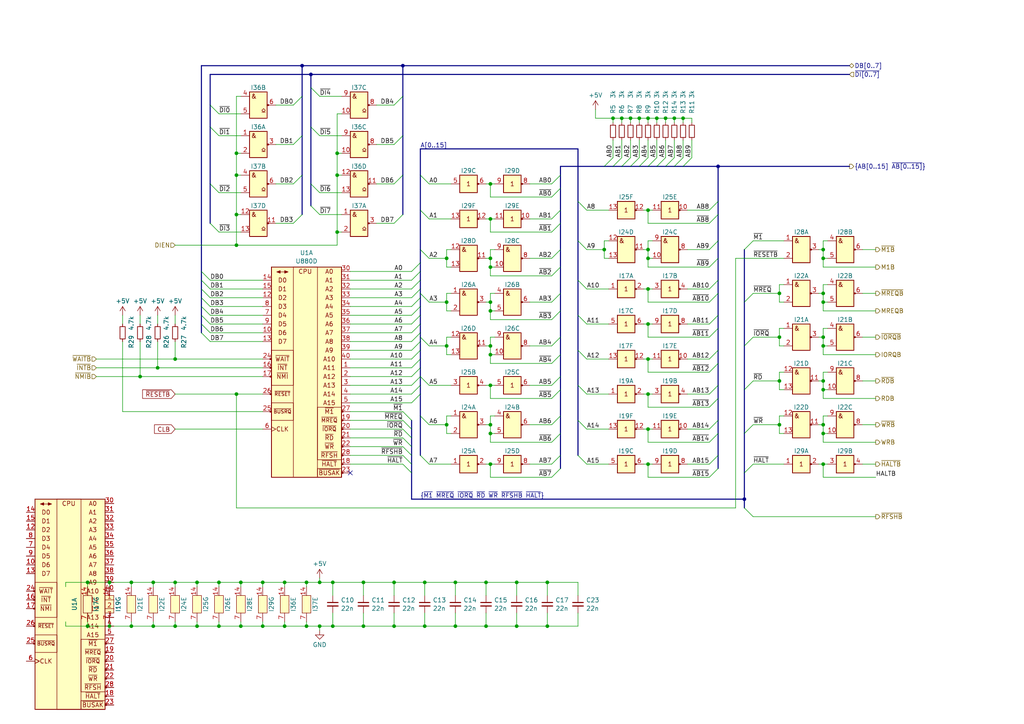
<source format=kicad_sch>
(kicad_sch (version 20230121) (generator eeschema)
  (paper "A4")
  (title_block (title "CPU"))
  (junction (at 76.2 168.91))
  (junction (at 142.24 63.5))
  (junction (at 87.63 19.05))
  (junction (at 50.8 104.14))
  (junction (at 129.54 123.19))
  (junction (at 142.24 111.76))
  (junction (at 82.55 181.61))
  (junction (at 238.76 72.39))
  (junction (at 132.08 181.61))
  (junction (at 96.52 181.61))
  (junction (at 226.06 123.19))
  (junction (at 238.76 97.79))
  (junction (at 92.71 181.61))
  (junction (at 187.96 72.39))
  (junction (at 50.8 181.61))
  (junction (at 238.76 113.03))
  (junction (at 57.15 168.91))
  (junction (at 187.96 124.46))
  (junction (at 187.96 114.3))
  (junction (at 187.96 134.62))
  (junction (at 142.24 77.47))
  (junction (at 182.88 34.29))
  (junction (at 76.2 181.61))
  (junction (at 68.58 62.23))
  (junction (at 90.17 21.59))
  (junction (at 68.58 44.45))
  (junction (at 175.26 72.39))
  (junction (at 140.97 181.61))
  (junction (at 215.9 144.78))
  (junction (at 105.41 168.91))
  (junction (at 38.1 181.61))
  (junction (at 82.55 168.91))
  (junction (at 238.76 125.73))
  (junction (at 96.52 168.91))
  (junction (at 123.19 168.91))
  (junction (at 195.58 34.29))
  (junction (at 238.76 100.33))
  (junction (at 238.76 134.62))
  (junction (at 226.06 97.79))
  (junction (at 63.5 168.91))
  (junction (at 45.72 106.68))
  (junction (at 68.58 71.12))
  (junction (at 97.79 67.31))
  (junction (at 142.24 125.73))
  (junction (at 142.24 100.33))
  (junction (at 88.9 181.61))
  (junction (at 187.96 60.96))
  (junction (at 187.96 93.98))
  (junction (at 142.24 90.17))
  (junction (at 142.24 74.93))
  (junction (at 208.28 48.26))
  (junction (at 238.76 74.93))
  (junction (at 158.75 181.61))
  (junction (at 68.58 50.8))
  (junction (at 69.85 181.61))
  (junction (at 187.96 104.14))
  (junction (at 31.75 168.91))
  (junction (at 105.41 181.61))
  (junction (at 25.4 181.61))
  (junction (at 149.86 168.91))
  (junction (at 25.4 168.91))
  (junction (at 238.76 110.49))
  (junction (at 142.24 87.63))
  (junction (at 142.24 102.87))
  (junction (at 142.24 134.62))
  (junction (at 44.45 168.91))
  (junction (at 180.34 34.29))
  (junction (at 97.79 44.45))
  (junction (at 132.08 168.91))
  (junction (at 140.97 168.91))
  (junction (at 193.04 34.29))
  (junction (at 129.54 87.63))
  (junction (at 129.54 74.93))
  (junction (at 123.19 181.61))
  (junction (at 44.45 181.61))
  (junction (at 226.06 85.09))
  (junction (at 31.75 181.61))
  (junction (at 187.96 34.29))
  (junction (at 38.1 168.91))
  (junction (at 177.8 34.29))
  (junction (at 185.42 34.29))
  (junction (at 40.64 109.22))
  (junction (at 114.3 168.91))
  (junction (at 88.9 168.91))
  (junction (at 187.96 83.82))
  (junction (at 50.8 168.91))
  (junction (at 187.96 74.93))
  (junction (at 63.5 181.61))
  (junction (at 238.76 85.09))
  (junction (at 142.24 53.34))
  (junction (at 69.85 168.91))
  (junction (at 238.76 123.19))
  (junction (at 142.24 123.19))
  (junction (at 190.5 34.29))
  (junction (at 97.79 50.8))
  (junction (at 158.75 168.91))
  (junction (at 149.86 181.61))
  (junction (at 68.58 114.3))
  (junction (at 198.12 34.29))
  (junction (at 57.15 181.61))
  (junction (at 114.3 181.61))
  (junction (at 226.06 110.49))
  (junction (at 238.76 87.63))
  (junction (at 116.84 19.05))
  (junction (at 129.54 100.33))
  (junction (at 92.71 168.91))
  (no_connect (at 101.6 137.16))
  (bus_entry (at 116.84 124.46) (size 2.54 2.54))
  (bus_entry (at 58.42 91.44) (size 2.54 2.54))
  (bus_entry (at 160.02 111.76) (size 2.54 -2.54))
  (bus_entry (at 160.02 74.93) (size 2.54 -2.54))
  (bus_entry (at 119.38 96.52) (size 2.54 -2.54))
  (bus_entry (at 205.74 60.96) (size 2.54 -2.54))
  (bus_entry (at 90.17 25.4) (size 2.54 2.54))
  (bus_entry (at 58.42 96.52) (size 2.54 2.54))
  (bus_entry (at 116.84 119.38) (size 2.54 2.54))
  (bus_entry (at 215.9 100.33) (size 2.54 -2.54))
  (bus_entry (at 215.9 147.32) (size 2.54 2.54))
  (bus_entry (at 121.92 109.22) (size 2.54 2.54))
  (bus_entry (at 193.04 48.26) (size 2.54 -2.54))
  (bus_entry (at 119.38 104.14) (size 2.54 -2.54))
  (bus_entry (at 119.38 81.28) (size 2.54 -2.54))
  (bus_entry (at 58.42 86.36) (size 2.54 2.54))
  (bus_entry (at 160.02 123.19) (size 2.54 -2.54))
  (bus_entry (at 160.02 128.27) (size 2.54 -2.54))
  (bus_entry (at 167.64 132.08) (size 2.54 2.54))
  (bus_entry (at 121.92 72.39) (size 2.54 2.54))
  (bus_entry (at 63.5 39.37) (size -2.54 -2.54))
  (bus_entry (at 175.26 48.26) (size 2.54 -2.54))
  (bus_entry (at 58.42 88.9) (size 2.54 2.54))
  (bus_entry (at 116.84 129.54) (size 2.54 2.54))
  (bus_entry (at 85.09 30.48) (size 2.54 -2.54))
  (bus_entry (at 205.74 138.43) (size 2.54 -2.54))
  (bus_entry (at 121.92 50.8) (size 2.54 2.54))
  (bus_entry (at 90.17 36.83) (size 2.54 2.54))
  (bus_entry (at 160.02 134.62) (size 2.54 -2.54))
  (bus_entry (at 205.74 118.11) (size 2.54 -2.54))
  (bus_entry (at 205.74 107.95) (size 2.54 -2.54))
  (bus_entry (at 167.64 121.92) (size 2.54 2.54))
  (bus_entry (at 114.3 53.34) (size 2.54 -2.54))
  (bus_entry (at 119.38 91.44) (size 2.54 -2.54))
  (bus_entry (at 215.9 125.73) (size 2.54 -2.54))
  (bus_entry (at 160.02 67.31) (size 2.54 -2.54))
  (bus_entry (at 177.8 48.26) (size 2.54 -2.54))
  (bus_entry (at 160.02 138.43) (size 2.54 -2.54))
  (bus_entry (at 63.5 33.02) (size -2.54 -2.54))
  (bus_entry (at 121.92 132.08) (size 2.54 2.54))
  (bus_entry (at 58.42 78.74) (size 2.54 2.54))
  (bus_entry (at 160.02 63.5) (size 2.54 -2.54))
  (bus_entry (at 205.74 64.77) (size 2.54 -2.54))
  (bus_entry (at 167.64 58.42) (size 2.54 2.54))
  (bus_entry (at 160.02 105.41) (size 2.54 -2.54))
  (bus_entry (at 85.09 53.34) (size 2.54 -2.54))
  (bus_entry (at 114.3 30.48) (size 2.54 -2.54))
  (bus_entry (at 58.42 93.98) (size 2.54 2.54))
  (bus_entry (at 205.74 77.47) (size 2.54 -2.54))
  (bus_entry (at 58.42 81.28) (size 2.54 2.54))
  (bus_entry (at 121.92 97.79) (size 2.54 2.54))
  (bus_entry (at 160.02 57.15) (size 2.54 -2.54))
  (bus_entry (at 215.9 113.03) (size 2.54 -2.54))
  (bus_entry (at 90.17 53.34) (size 2.54 2.54))
  (bus_entry (at 85.09 41.91) (size 2.54 -2.54))
  (bus_entry (at 205.74 87.63) (size 2.54 -2.54))
  (bus_entry (at 119.38 99.06) (size 2.54 -2.54))
  (bus_entry (at 215.9 72.39) (size 2.54 -2.54))
  (bus_entry (at 85.09 64.77) (size 2.54 -2.54))
  (bus_entry (at 198.12 48.26) (size 2.54 -2.54))
  (bus_entry (at 205.74 124.46) (size 2.54 -2.54))
  (bus_entry (at 63.5 67.31) (size -2.54 -2.54))
  (bus_entry (at 119.38 111.76) (size 2.54 -2.54))
  (bus_entry (at 205.74 134.62) (size 2.54 -2.54))
  (bus_entry (at 116.84 127) (size 2.54 2.54))
  (bus_entry (at 119.38 106.68) (size 2.54 -2.54))
  (bus_entry (at 119.38 83.82) (size 2.54 -2.54))
  (bus_entry (at 119.38 93.98) (size 2.54 -2.54))
  (bus_entry (at 119.38 88.9) (size 2.54 -2.54))
  (bus_entry (at 180.34 48.26) (size 2.54 -2.54))
  (bus_entry (at 160.02 80.01) (size 2.54 -2.54))
  (bus_entry (at 182.88 48.26) (size 2.54 -2.54))
  (bus_entry (at 114.3 41.91) (size 2.54 -2.54))
  (bus_entry (at 160.02 87.63) (size 2.54 -2.54))
  (bus_entry (at 205.74 93.98) (size 2.54 -2.54))
  (bus_entry (at 119.38 78.74) (size 2.54 -2.54))
  (bus_entry (at 167.64 69.85) (size 2.54 2.54))
  (bus_entry (at 167.64 91.44) (size 2.54 2.54))
  (bus_entry (at 205.74 83.82) (size 2.54 -2.54))
  (bus_entry (at 160.02 53.34) (size 2.54 -2.54))
  (bus_entry (at 205.74 128.27) (size 2.54 -2.54))
  (bus_entry (at 119.38 116.84) (size 2.54 -2.54))
  (bus_entry (at 160.02 115.57) (size 2.54 -2.54))
  (bus_entry (at 121.92 60.96) (size 2.54 2.54))
  (bus_entry (at 187.96 48.26) (size 2.54 -2.54))
  (bus_entry (at 167.64 81.28) (size 2.54 2.54))
  (bus_entry (at 58.42 83.82) (size 2.54 2.54))
  (bus_entry (at 119.38 86.36) (size 2.54 -2.54))
  (bus_entry (at 167.64 101.6) (size 2.54 2.54))
  (bus_entry (at 119.38 109.22) (size 2.54 -2.54))
  (bus_entry (at 116.84 132.08) (size 2.54 2.54))
  (bus_entry (at 215.9 87.63) (size 2.54 -2.54))
  (bus_entry (at 160.02 92.71) (size 2.54 -2.54))
  (bus_entry (at 119.38 101.6) (size 2.54 -2.54))
  (bus_entry (at 116.84 134.62) (size 2.54 2.54))
  (bus_entry (at 121.92 120.65) (size 2.54 2.54))
  (bus_entry (at 116.84 121.92) (size 2.54 2.54))
  (bus_entry (at 195.58 48.26) (size 2.54 -2.54))
  (bus_entry (at 160.02 100.33) (size 2.54 -2.54))
  (bus_entry (at 185.42 48.26) (size 2.54 -2.54))
  (bus_entry (at 119.38 114.3) (size 2.54 -2.54))
  (bus_entry (at 190.5 48.26) (size 2.54 -2.54))
  (bus_entry (at 205.74 97.79) (size 2.54 -2.54))
  (bus_entry (at 215.9 137.16) (size 2.54 -2.54))
  (bus_entry (at 167.64 111.76) (size 2.54 2.54))
  (bus_entry (at 205.74 114.3) (size 2.54 -2.54))
  (bus_entry (at 90.17 59.69) (size 2.54 2.54))
  (bus_entry (at 63.5 55.88) (size -2.54 -2.54))
  (bus_entry (at 205.74 104.14) (size 2.54 -2.54))
  (bus_entry (at 114.3 64.77) (size 2.54 -2.54))
  (bus_entry (at 121.92 85.09) (size 2.54 2.54))
  (bus_entry (at 205.74 72.39) (size 2.54 -2.54))
  (wire (pts (xy 82.55 168.91) (xy 82.55 170.18)))
  (bus (pts (xy 121.92 81.28) (xy 121.92 83.82)))
  (wire (pts (xy 238.76 115.57) (xy 238.76 113.03)))
  (wire (pts (xy 69.85 55.88) (xy 63.5 55.88)))
  (bus (pts (xy 162.56 109.22) (xy 162.56 113.03)))
  (wire (pts (xy 25.4 180.34) (xy 25.4 181.61)))
  (wire (pts (xy 80.01 53.34) (xy 85.09 53.34)))
  (wire (pts (xy 44.45 180.34) (xy 44.45 181.61)))
  (wire (pts (xy 226.06 100.33) (xy 226.06 97.79)))
  (wire (pts (xy 238.76 113.03) (xy 240.03 113.03)))
  (wire (pts (xy 167.64 181.61) (xy 167.64 177.8)))
  (wire (pts (xy 63.5 33.02) (xy 69.85 33.02)))
  (wire (pts (xy 19.05 180.34) (xy 19.05 181.61)))
  (bus (pts (xy 90.17 21.59) (xy 90.17 25.4)))
  (wire (pts (xy 63.5 168.91) (xy 69.85 168.91)))
  (wire (pts (xy 69.85 168.91) (xy 69.85 170.18)))
  (wire (pts (xy 142.24 80.01) (xy 160.02 80.01)))
  (bus (pts (xy 162.56 48.26) (xy 175.26 48.26)))
  (wire (pts (xy 124.46 123.19) (xy 129.54 123.19)))
  (bus (pts (xy 60.96 21.59) (xy 60.96 30.48)))
  (bus (pts (xy 60.96 53.34) (xy 60.96 64.77)))
  (bus (pts (xy 208.28 48.26) (xy 246.38 48.26)))
  (wire (pts (xy 189.23 74.93) (xy 187.96 74.93)))
  (wire (pts (xy 142.24 138.43) (xy 160.02 138.43)))
  (wire (pts (xy 187.96 124.46) (xy 189.23 124.46)))
  (wire (pts (xy 142.24 87.63) (xy 142.24 90.17)))
  (wire (pts (xy 142.24 134.62) (xy 143.51 134.62)))
  (bus (pts (xy 162.56 85.09) (xy 162.56 90.17)))
  (wire (pts (xy 153.67 63.5) (xy 160.02 63.5)))
  (wire (pts (xy 186.69 104.14) (xy 187.96 104.14)))
  (wire (pts (xy 101.6 99.06) (xy 119.38 99.06)))
  (wire (pts (xy 92.71 167.64) (xy 92.71 168.91)))
  (bus (pts (xy 58.42 96.52) (xy 58.42 93.98)))
  (wire (pts (xy 76.2 181.61) (xy 82.55 181.61)))
  (wire (pts (xy 105.41 168.91) (xy 105.41 172.72)))
  (wire (pts (xy 101.6 78.74) (xy 119.38 78.74)))
  (wire (pts (xy 114.3 172.72) (xy 114.3 168.91)))
  (wire (pts (xy 158.75 168.91) (xy 167.64 168.91)))
  (wire (pts (xy 187.96 40.64) (xy 187.96 45.72)))
  (wire (pts (xy 172.72 31.75) (xy 172.72 34.29)))
  (wire (pts (xy 35.56 91.44) (xy 35.56 93.98)))
  (wire (pts (xy 250.19 72.39) (xy 254 72.39)))
  (wire (pts (xy 238.76 128.27) (xy 238.76 125.73)))
  (wire (pts (xy 170.18 93.98) (xy 176.53 93.98)))
  (wire (pts (xy 45.72 106.68) (xy 76.2 106.68)))
  (wire (pts (xy 142.24 128.27) (xy 142.24 125.73)))
  (wire (pts (xy 129.54 74.93) (xy 129.54 72.39)))
  (wire (pts (xy 176.53 74.93) (xy 175.26 74.93)))
  (wire (pts (xy 60.96 81.28) (xy 76.2 81.28)))
  (wire (pts (xy 186.69 114.3) (xy 187.96 114.3)))
  (wire (pts (xy 187.96 124.46) (xy 187.96 128.27)))
  (wire (pts (xy 124.46 63.5) (xy 130.81 63.5)))
  (bus (pts (xy 208.28 101.6) (xy 208.28 105.41)))
  (wire (pts (xy 31.75 181.61) (xy 38.1 181.61)))
  (wire (pts (xy 186.69 60.96) (xy 187.96 60.96)))
  (wire (pts (xy 238.76 82.55) (xy 240.03 82.55)))
  (wire (pts (xy 63.5 180.34) (xy 63.5 181.61)))
  (bus (pts (xy 167.64 91.44) (xy 167.64 101.6)))
  (wire (pts (xy 50.8 124.46) (xy 76.2 124.46)))
  (wire (pts (xy 68.58 147.32) (xy 68.58 114.3)))
  (wire (pts (xy 185.42 34.29) (xy 185.42 35.56)))
  (wire (pts (xy 227.33 125.73) (xy 226.06 125.73)))
  (wire (pts (xy 250.19 97.79) (xy 254 97.79)))
  (wire (pts (xy 114.3 168.91) (xy 123.19 168.91)))
  (wire (pts (xy 68.58 114.3) (xy 76.2 114.3)))
  (wire (pts (xy 109.22 53.34) (xy 114.3 53.34)))
  (wire (pts (xy 124.46 134.62) (xy 130.81 134.62)))
  (wire (pts (xy 130.81 77.47) (xy 129.54 77.47)))
  (wire (pts (xy 25.4 181.61) (xy 31.75 181.61)))
  (wire (pts (xy 129.54 87.63) (xy 129.54 85.09)))
  (bus (pts (xy 208.28 48.26) (xy 208.28 58.42)))
  (wire (pts (xy 142.24 100.33) (xy 142.24 102.87)))
  (wire (pts (xy 199.39 60.96) (xy 205.74 60.96)))
  (bus (pts (xy 121.92 86.36) (xy 121.92 88.9)))
  (wire (pts (xy 187.96 34.29) (xy 190.5 34.29)))
  (wire (pts (xy 140.97 63.5) (xy 142.24 63.5)))
  (bus (pts (xy 119.38 127) (xy 119.38 129.54)))
  (wire (pts (xy 153.67 100.33) (xy 160.02 100.33)))
  (wire (pts (xy 198.12 34.29) (xy 200.66 34.29)))
  (wire (pts (xy 101.6 96.52) (xy 119.38 96.52)))
  (wire (pts (xy 186.69 83.82) (xy 187.96 83.82)))
  (wire (pts (xy 190.5 34.29) (xy 190.5 35.56)))
  (wire (pts (xy 50.8 104.14) (xy 76.2 104.14)))
  (bus (pts (xy 167.64 121.92) (xy 167.64 132.08)))
  (bus (pts (xy 162.56 125.73) (xy 162.56 132.08)))
  (wire (pts (xy 187.96 134.62) (xy 187.96 138.43)))
  (wire (pts (xy 63.5 67.31) (xy 69.85 67.31)))
  (wire (pts (xy 129.54 72.39) (xy 130.81 72.39)))
  (wire (pts (xy 238.76 107.95) (xy 240.03 107.95)))
  (wire (pts (xy 101.6 109.22) (xy 119.38 109.22)))
  (wire (pts (xy 254 138.43) (xy 238.76 138.43)))
  (wire (pts (xy 186.69 93.98) (xy 187.96 93.98)))
  (wire (pts (xy 153.67 74.93) (xy 160.02 74.93)))
  (wire (pts (xy 238.76 85.09) (xy 238.76 87.63)))
  (wire (pts (xy 109.22 64.77) (xy 114.3 64.77)))
  (bus (pts (xy 208.28 62.23) (xy 208.28 69.85)))
  (bus (pts (xy 116.84 19.05) (xy 246.38 19.05)))
  (bus (pts (xy 121.92 114.3) (xy 121.92 120.65)))
  (wire (pts (xy 140.97 123.19) (xy 142.24 123.19)))
  (wire (pts (xy 238.76 110.49) (xy 238.76 107.95)))
  (wire (pts (xy 226.06 125.73) (xy 226.06 123.19)))
  (bus (pts (xy 90.17 21.59) (xy 246.38 21.59)))
  (bus (pts (xy 90.17 25.4) (xy 90.17 36.83)))
  (wire (pts (xy 68.58 62.23) (xy 69.85 62.23)))
  (wire (pts (xy 149.86 177.8) (xy 149.86 181.61)))
  (wire (pts (xy 50.8 99.06) (xy 50.8 104.14)))
  (wire (pts (xy 238.76 90.17) (xy 238.76 87.63)))
  (wire (pts (xy 226.06 85.09) (xy 226.06 82.55)))
  (wire (pts (xy 124.46 74.93) (xy 129.54 74.93)))
  (wire (pts (xy 60.96 99.06) (xy 76.2 99.06)))
  (wire (pts (xy 199.39 104.14) (xy 205.74 104.14)))
  (wire (pts (xy 97.79 33.02) (xy 99.06 33.02)))
  (wire (pts (xy 170.18 72.39) (xy 175.26 72.39)))
  (bus (pts (xy 121.92 106.68) (xy 121.92 109.22)))
  (bus (pts (xy 167.64 58.42) (xy 167.64 69.85)))
  (wire (pts (xy 153.67 111.76) (xy 160.02 111.76)))
  (wire (pts (xy 57.15 181.61) (xy 63.5 181.61)))
  (bus (pts (xy 87.63 50.8) (xy 87.63 62.23)))
  (bus (pts (xy 119.38 121.92) (xy 119.38 124.46)))
  (wire (pts (xy 153.67 123.19) (xy 160.02 123.19)))
  (wire (pts (xy 35.56 99.06) (xy 35.56 119.38)))
  (wire (pts (xy 142.24 92.71) (xy 160.02 92.71)))
  (wire (pts (xy 182.88 40.64) (xy 182.88 45.72)))
  (wire (pts (xy 180.34 34.29) (xy 180.34 35.56)))
  (wire (pts (xy 199.39 72.39) (xy 205.74 72.39)))
  (bus (pts (xy 167.64 43.18) (xy 167.64 58.42)))
  (wire (pts (xy 187.96 104.14) (xy 187.96 107.95)))
  (bus (pts (xy 121.92 78.74) (xy 121.92 81.28)))
  (wire (pts (xy 142.24 74.93) (xy 142.24 77.47)))
  (wire (pts (xy 19.05 181.61) (xy 25.4 181.61)))
  (wire (pts (xy 238.76 77.47) (xy 238.76 74.93)))
  (wire (pts (xy 101.6 81.28) (xy 119.38 81.28)))
  (wire (pts (xy 40.64 109.22) (xy 76.2 109.22)))
  (wire (pts (xy 132.08 168.91) (xy 132.08 172.72)))
  (wire (pts (xy 140.97 74.93) (xy 142.24 74.93)))
  (wire (pts (xy 200.66 34.29) (xy 200.66 35.56)))
  (wire (pts (xy 92.71 27.94) (xy 99.06 27.94)))
  (wire (pts (xy 158.75 177.8) (xy 158.75 181.61)))
  (wire (pts (xy 142.24 63.5) (xy 143.51 63.5)))
  (wire (pts (xy 38.1 168.91) (xy 38.1 170.18)))
  (wire (pts (xy 109.22 41.91) (xy 114.3 41.91)))
  (wire (pts (xy 238.76 110.49) (xy 238.76 113.03)))
  (wire (pts (xy 19.05 168.91) (xy 25.4 168.91)))
  (wire (pts (xy 175.26 69.85) (xy 176.53 69.85)))
  (wire (pts (xy 63.5 39.37) (xy 69.85 39.37)))
  (wire (pts (xy 27.94 104.14) (xy 50.8 104.14)))
  (wire (pts (xy 143.51 125.73) (xy 142.24 125.73)))
  (wire (pts (xy 57.15 180.34) (xy 57.15 181.61)))
  (bus (pts (xy 58.42 86.36) (xy 58.42 83.82)))
  (wire (pts (xy 129.54 100.33) (xy 129.54 97.79)))
  (bus (pts (xy 208.28 105.41) (xy 208.28 111.76)))
  (wire (pts (xy 132.08 181.61) (xy 140.97 181.61)))
  (wire (pts (xy 187.96 83.82) (xy 189.23 83.82)))
  (wire (pts (xy 226.06 107.95) (xy 227.33 107.95)))
  (wire (pts (xy 226.06 82.55) (xy 227.33 82.55)))
  (wire (pts (xy 60.96 96.52) (xy 76.2 96.52)))
  (wire (pts (xy 158.75 181.61) (xy 167.64 181.61)))
  (bus (pts (xy 162.56 50.8) (xy 162.56 48.26)))
  (wire (pts (xy 238.76 74.93) (xy 240.03 74.93)))
  (wire (pts (xy 129.54 77.47) (xy 129.54 74.93)))
  (wire (pts (xy 60.96 88.9) (xy 76.2 88.9)))
  (bus (pts (xy 58.42 78.74) (xy 58.42 19.05)))
  (wire (pts (xy 142.24 115.57) (xy 160.02 115.57)))
  (wire (pts (xy 130.81 125.73) (xy 129.54 125.73)))
  (wire (pts (xy 170.18 114.3) (xy 176.53 114.3)))
  (wire (pts (xy 142.24 97.79) (xy 143.51 97.79)))
  (wire (pts (xy 101.6 86.36) (xy 119.38 86.36)))
  (wire (pts (xy 76.2 168.91) (xy 82.55 168.91)))
  (bus (pts (xy 119.38 132.08) (xy 119.38 134.62)))
  (wire (pts (xy 38.1 168.91) (xy 44.45 168.91)))
  (bus (pts (xy 208.28 125.73) (xy 208.28 132.08)))
  (wire (pts (xy 187.96 74.93) (xy 187.96 77.47)))
  (wire (pts (xy 68.58 50.8) (xy 69.85 50.8)))
  (wire (pts (xy 142.24 80.01) (xy 142.24 77.47)))
  (wire (pts (xy 187.96 69.85) (xy 189.23 69.85)))
  (wire (pts (xy 19.05 170.18) (xy 19.05 168.91)))
  (wire (pts (xy 227.33 87.63) (xy 226.06 87.63)))
  (wire (pts (xy 97.79 44.45) (xy 99.06 44.45)))
  (bus (pts (xy 187.96 48.26) (xy 190.5 48.26)))
  (wire (pts (xy 101.6 111.76) (xy 119.38 111.76)))
  (wire (pts (xy 238.76 123.19) (xy 238.76 120.65)))
  (wire (pts (xy 187.96 60.96) (xy 189.23 60.96)))
  (wire (pts (xy 198.12 40.64) (xy 198.12 45.72)))
  (bus (pts (xy 215.9 100.33) (xy 215.9 113.03)))
  (wire (pts (xy 97.79 50.8) (xy 99.06 50.8)))
  (wire (pts (xy 68.58 27.94) (xy 68.58 44.45)))
  (wire (pts (xy 175.26 72.39) (xy 175.26 69.85)))
  (wire (pts (xy 60.96 93.98) (xy 76.2 93.98)))
  (wire (pts (xy 101.6 114.3) (xy 119.38 114.3)))
  (wire (pts (xy 50.8 91.44) (xy 50.8 93.98)))
  (wire (pts (xy 123.19 168.91) (xy 132.08 168.91)))
  (wire (pts (xy 237.49 97.79) (xy 238.76 97.79)))
  (wire (pts (xy 142.24 100.33) (xy 142.24 97.79)))
  (wire (pts (xy 101.6 93.98) (xy 119.38 93.98)))
  (wire (pts (xy 198.12 34.29) (xy 198.12 35.56)))
  (wire (pts (xy 226.06 110.49) (xy 226.06 107.95)))
  (bus (pts (xy 121.92 111.76) (xy 121.92 114.3)))
  (wire (pts (xy 50.8 71.12) (xy 68.58 71.12)))
  (wire (pts (xy 250.19 134.62) (xy 254 134.62)))
  (wire (pts (xy 238.76 69.85) (xy 240.03 69.85)))
  (wire (pts (xy 142.24 105.41) (xy 160.02 105.41)))
  (wire (pts (xy 50.8 168.91) (xy 57.15 168.91)))
  (wire (pts (xy 199.39 83.82) (xy 205.74 83.82)))
  (wire (pts (xy 142.24 67.31) (xy 160.02 67.31)))
  (wire (pts (xy 101.6 104.14) (xy 119.38 104.14)))
  (wire (pts (xy 238.76 138.43) (xy 238.76 134.62)))
  (wire (pts (xy 149.86 168.91) (xy 158.75 168.91)))
  (bus (pts (xy 162.56 54.61) (xy 162.56 60.96)))
  (bus (pts (xy 215.9 144.78) (xy 215.9 147.32)))
  (bus (pts (xy 60.96 21.59) (xy 90.17 21.59)))
  (wire (pts (xy 187.96 74.93) (xy 187.96 72.39)))
  (wire (pts (xy 68.58 71.12) (xy 97.79 71.12)))
  (wire (pts (xy 172.72 34.29) (xy 177.8 34.29)))
  (wire (pts (xy 101.6 88.9) (xy 119.38 88.9)))
  (bus (pts (xy 121.92 88.9) (xy 121.92 91.44)))
  (bus (pts (xy 180.34 48.26) (xy 182.88 48.26)))
  (wire (pts (xy 130.81 90.17) (xy 129.54 90.17)))
  (wire (pts (xy 105.41 181.61) (xy 114.3 181.61)))
  (wire (pts (xy 92.71 62.23) (xy 99.06 62.23)))
  (bus (pts (xy 167.64 69.85) (xy 167.64 81.28)))
  (wire (pts (xy 218.44 97.79) (xy 226.06 97.79)))
  (wire (pts (xy 142.24 92.71) (xy 142.24 90.17)))
  (bus (pts (xy 119.38 137.16) (xy 119.38 144.78)))
  (bus (pts (xy 208.28 115.57) (xy 208.28 121.92)))
  (wire (pts (xy 170.18 124.46) (xy 176.53 124.46)))
  (wire (pts (xy 238.76 100.33) (xy 240.03 100.33)))
  (wire (pts (xy 170.18 83.82) (xy 176.53 83.82)))
  (wire (pts (xy 80.01 41.91) (xy 85.09 41.91)))
  (wire (pts (xy 101.6 116.84) (xy 119.38 116.84)))
  (wire (pts (xy 31.75 168.91) (xy 31.75 170.18)))
  (wire (pts (xy 200.66 40.64) (xy 200.66 45.72)))
  (wire (pts (xy 82.55 180.34) (xy 82.55 181.61)))
  (bus (pts (xy 208.28 81.28) (xy 208.28 85.09)))
  (wire (pts (xy 187.96 134.62) (xy 189.23 134.62)))
  (wire (pts (xy 142.24 90.17) (xy 143.51 90.17)))
  (bus (pts (xy 121.92 43.18) (xy 167.64 43.18)))
  (bus (pts (xy 208.28 74.93) (xy 208.28 81.28)))
  (wire (pts (xy 50.8 181.61) (xy 57.15 181.61)))
  (wire (pts (xy 140.97 134.62) (xy 142.24 134.62)))
  (bus (pts (xy 208.28 121.92) (xy 208.28 125.73)))
  (wire (pts (xy 177.8 35.56) (xy 177.8 34.29)))
  (wire (pts (xy 50.8 180.34) (xy 50.8 181.61)))
  (wire (pts (xy 187.96 64.77) (xy 205.74 64.77)))
  (wire (pts (xy 124.46 100.33) (xy 129.54 100.33)))
  (wire (pts (xy 142.24 111.76) (xy 142.24 115.57)))
  (wire (pts (xy 82.55 168.91) (xy 88.9 168.91)))
  (wire (pts (xy 175.26 74.93) (xy 175.26 72.39)))
  (wire (pts (xy 238.76 134.62) (xy 240.03 134.62)))
  (bus (pts (xy 119.38 124.46) (xy 119.38 127)))
  (wire (pts (xy 187.96 34.29) (xy 187.96 35.56)))
  (bus (pts (xy 215.9 87.63) (xy 215.9 100.33)))
  (wire (pts (xy 132.08 177.8) (xy 132.08 181.61)))
  (wire (pts (xy 190.5 34.29) (xy 193.04 34.29)))
  (wire (pts (xy 129.54 97.79) (xy 130.81 97.79)))
  (wire (pts (xy 60.96 91.44) (xy 76.2 91.44)))
  (wire (pts (xy 237.49 123.19) (xy 238.76 123.19)))
  (bus (pts (xy 121.92 83.82) (xy 121.92 85.09)))
  (wire (pts (xy 187.96 128.27) (xy 205.74 128.27)))
  (bus (pts (xy 175.26 48.26) (xy 177.8 48.26)))
  (wire (pts (xy 187.96 107.95) (xy 205.74 107.95)))
  (wire (pts (xy 226.06 97.79) (xy 226.06 95.25)))
  (bus (pts (xy 121.92 43.18) (xy 121.92 50.8)))
  (bus (pts (xy 167.64 101.6) (xy 167.64 111.76)))
  (wire (pts (xy 123.19 177.8) (xy 123.19 181.61)))
  (bus (pts (xy 208.28 85.09) (xy 208.28 91.44)))
  (wire (pts (xy 123.19 172.72) (xy 123.19 168.91)))
  (wire (pts (xy 142.24 128.27) (xy 160.02 128.27)))
  (wire (pts (xy 97.79 33.02) (xy 97.79 44.45)))
  (wire (pts (xy 142.24 134.62) (xy 142.24 138.43)))
  (bus (pts (xy 182.88 48.26) (xy 185.42 48.26)))
  (wire (pts (xy 237.49 110.49) (xy 238.76 110.49)))
  (wire (pts (xy 167.64 168.91) (xy 167.64 172.72)))
  (bus (pts (xy 90.17 53.34) (xy 90.17 59.69)))
  (bus (pts (xy 185.42 48.26) (xy 187.96 48.26)))
  (bus (pts (xy 58.42 19.05) (xy 87.63 19.05)))
  (wire (pts (xy 140.97 168.91) (xy 149.86 168.91)))
  (wire (pts (xy 45.72 91.44) (xy 45.72 93.98)))
  (wire (pts (xy 142.24 87.63) (xy 142.24 85.09)))
  (bus (pts (xy 87.63 39.37) (xy 87.63 50.8)))
  (wire (pts (xy 238.76 102.87) (xy 238.76 100.33)))
  (wire (pts (xy 142.24 123.19) (xy 142.24 120.65)))
  (wire (pts (xy 254 115.57) (xy 238.76 115.57)))
  (bus (pts (xy 162.56 72.39) (xy 162.56 77.47)))
  (bus (pts (xy 121.92 72.39) (xy 121.92 76.2)))
  (wire (pts (xy 140.97 168.91) (xy 140.97 172.72)))
  (wire (pts (xy 25.4 168.91) (xy 31.75 168.91)))
  (bus (pts (xy 58.42 91.44) (xy 58.42 88.9)))
  (wire (pts (xy 153.67 87.63) (xy 160.02 87.63)))
  (wire (pts (xy 142.24 85.09) (xy 143.51 85.09)))
  (wire (pts (xy 153.67 53.34) (xy 160.02 53.34)))
  (wire (pts (xy 238.76 85.09) (xy 238.76 82.55)))
  (bus (pts (xy 208.28 69.85) (xy 208.28 74.93)))
  (bus (pts (xy 87.63 27.94) (xy 87.63 39.37)))
  (wire (pts (xy 68.58 44.45) (xy 69.85 44.45)))
  (wire (pts (xy 38.1 181.61) (xy 44.45 181.61)))
  (wire (pts (xy 92.71 181.61) (xy 92.71 182.88)))
  (wire (pts (xy 101.6 124.46) (xy 116.84 124.46)))
  (wire (pts (xy 226.06 123.19) (xy 226.06 120.65)))
  (wire (pts (xy 40.64 99.06) (xy 40.64 109.22)))
  (wire (pts (xy 218.44 134.62) (xy 227.33 134.62)))
  (wire (pts (xy 109.22 30.48) (xy 114.3 30.48)))
  (wire (pts (xy 105.41 168.91) (xy 114.3 168.91)))
  (bus (pts (xy 193.04 48.26) (xy 195.58 48.26)))
  (wire (pts (xy 38.1 180.34) (xy 38.1 181.61)))
  (wire (pts (xy 142.24 74.93) (xy 142.24 72.39)))
  (wire (pts (xy 101.6 91.44) (xy 119.38 91.44)))
  (wire (pts (xy 142.24 57.15) (xy 160.02 57.15)))
  (wire (pts (xy 88.9 168.91) (xy 88.9 170.18)))
  (bus (pts (xy 119.38 129.54) (xy 119.38 132.08)))
  (wire (pts (xy 238.76 120.65) (xy 240.03 120.65)))
  (wire (pts (xy 68.58 147.32) (xy 213.36 147.32)))
  (wire (pts (xy 142.24 111.76) (xy 143.51 111.76)))
  (wire (pts (xy 177.8 40.64) (xy 177.8 45.72)))
  (bus (pts (xy 208.28 95.25) (xy 208.28 101.6)))
  (bus (pts (xy 162.56 90.17) (xy 162.56 97.79)))
  (wire (pts (xy 195.58 34.29) (xy 195.58 35.56)))
  (wire (pts (xy 101.6 121.92) (xy 116.84 121.92)))
  (wire (pts (xy 88.9 181.61) (xy 92.71 181.61)))
  (wire (pts (xy 153.67 134.62) (xy 160.02 134.62)))
  (bus (pts (xy 162.56 77.47) (xy 162.56 85.09)))
  (wire (pts (xy 218.44 123.19) (xy 226.06 123.19)))
  (bus (pts (xy 58.42 88.9) (xy 58.42 86.36)))
  (wire (pts (xy 132.08 168.91) (xy 140.97 168.91)))
  (wire (pts (xy 76.2 180.34) (xy 76.2 181.61)))
  (wire (pts (xy 254 102.87) (xy 238.76 102.87)))
  (wire (pts (xy 226.06 87.63) (xy 226.06 85.09)))
  (bus (pts (xy 116.84 39.37) (xy 116.84 50.8)))
  (wire (pts (xy 76.2 168.91) (xy 76.2 170.18)))
  (bus (pts (xy 215.9 113.03) (xy 215.9 125.73)))
  (wire (pts (xy 142.24 63.5) (xy 142.24 67.31)))
  (wire (pts (xy 213.36 74.93) (xy 213.36 147.32)))
  (wire (pts (xy 114.3 177.8) (xy 114.3 181.61)))
  (wire (pts (xy 182.88 34.29) (xy 185.42 34.29)))
  (wire (pts (xy 185.42 40.64) (xy 185.42 45.72)))
  (bus (pts (xy 208.28 111.76) (xy 208.28 115.57)))
  (bus (pts (xy 121.92 76.2) (xy 121.92 78.74)))
  (wire (pts (xy 170.18 60.96) (xy 176.53 60.96)))
  (wire (pts (xy 170.18 104.14) (xy 176.53 104.14)))
  (wire (pts (xy 226.06 120.65) (xy 227.33 120.65)))
  (wire (pts (xy 129.54 123.19) (xy 129.54 120.65)))
  (wire (pts (xy 105.41 177.8) (xy 105.41 181.61)))
  (wire (pts (xy 97.79 44.45) (xy 97.79 50.8)))
  (wire (pts (xy 63.5 181.61) (xy 69.85 181.61)))
  (wire (pts (xy 226.06 95.25) (xy 227.33 95.25)))
  (wire (pts (xy 140.97 100.33) (xy 142.24 100.33)))
  (wire (pts (xy 187.96 72.39) (xy 187.96 69.85)))
  (bus (pts (xy 208.28 132.08) (xy 208.28 135.89)))
  (wire (pts (xy 149.86 168.91) (xy 149.86 172.72)))
  (wire (pts (xy 63.5 168.91) (xy 63.5 170.18)))
  (wire (pts (xy 199.39 134.62) (xy 205.74 134.62)))
  (wire (pts (xy 193.04 34.29) (xy 195.58 34.29)))
  (wire (pts (xy 27.94 109.22) (xy 40.64 109.22)))
  (bus (pts (xy 116.84 50.8) (xy 116.84 62.23)))
  (wire (pts (xy 187.96 114.3) (xy 189.23 114.3)))
  (wire (pts (xy 199.39 124.46) (xy 205.74 124.46)))
  (wire (pts (xy 92.71 168.91) (xy 96.52 168.91)))
  (bus (pts (xy 121.92 60.96) (xy 121.92 72.39)))
  (wire (pts (xy 60.96 86.36) (xy 76.2 86.36)))
  (bus (pts (xy 121.92 97.79) (xy 121.92 99.06)))
  (wire (pts (xy 68.58 44.45) (xy 68.58 50.8)))
  (wire (pts (xy 142.24 77.47) (xy 143.51 77.47)))
  (wire (pts (xy 44.45 181.61) (xy 50.8 181.61)))
  (wire (pts (xy 250.19 110.49) (xy 254 110.49)))
  (wire (pts (xy 187.96 77.47) (xy 205.74 77.47)))
  (wire (pts (xy 96.52 168.91) (xy 105.41 168.91)))
  (wire (pts (xy 218.44 110.49) (xy 226.06 110.49)))
  (bus (pts (xy 162.56 132.08) (xy 162.56 135.89)))
  (wire (pts (xy 170.18 134.62) (xy 176.53 134.62)))
  (wire (pts (xy 187.96 138.43) (xy 205.74 138.43)))
  (wire (pts (xy 238.76 97.79) (xy 238.76 95.25)))
  (wire (pts (xy 187.96 114.3) (xy 187.96 118.11)))
  (wire (pts (xy 40.64 91.44) (xy 40.64 93.98)))
  (wire (pts (xy 190.5 40.64) (xy 190.5 45.72)))
  (wire (pts (xy 101.6 83.82) (xy 119.38 83.82)))
  (wire (pts (xy 149.86 181.61) (xy 158.75 181.61)))
  (wire (pts (xy 195.58 34.29) (xy 198.12 34.29)))
  (wire (pts (xy 238.76 72.39) (xy 238.76 74.93)))
  (wire (pts (xy 193.04 40.64) (xy 193.04 45.72)))
  (wire (pts (xy 88.9 180.34) (xy 88.9 181.61)))
  (wire (pts (xy 68.58 50.8) (xy 68.58 62.23)))
  (bus (pts (xy 121.92 91.44) (xy 121.92 93.98)))
  (wire (pts (xy 57.15 168.91) (xy 57.15 170.18)))
  (wire (pts (xy 124.46 87.63) (xy 129.54 87.63)))
  (wire (pts (xy 57.15 168.91) (xy 63.5 168.91)))
  (wire (pts (xy 101.6 132.08) (xy 116.84 132.08)))
  (wire (pts (xy 129.54 90.17) (xy 129.54 87.63)))
  (bus (pts (xy 167.64 111.76) (xy 167.64 121.92)))
  (wire (pts (xy 114.3 181.61) (xy 123.19 181.61)))
  (bus (pts (xy 121.92 101.6) (xy 121.92 104.14)))
  (bus (pts (xy 121.92 99.06) (xy 121.92 101.6)))
  (wire (pts (xy 187.96 118.11) (xy 205.74 118.11)))
  (wire (pts (xy 142.24 53.34) (xy 143.51 53.34)))
  (bus (pts (xy 215.9 72.39) (xy 215.9 87.63)))
  (bus (pts (xy 215.9 125.73) (xy 215.9 137.16)))
  (bus (pts (xy 116.84 19.05) (xy 116.84 27.94)))
  (wire (pts (xy 69.85 180.34) (xy 69.85 181.61)))
  (bus (pts (xy 116.84 27.94) (xy 116.84 39.37)))
  (wire (pts (xy 237.49 134.62) (xy 238.76 134.62)))
  (bus (pts (xy 208.28 91.44) (xy 208.28 95.25)))
  (bus (pts (xy 121.92 93.98) (xy 121.92 96.52)))
  (wire (pts (xy 187.96 97.79) (xy 205.74 97.79)))
  (wire (pts (xy 140.97 53.34) (xy 142.24 53.34)))
  (wire (pts (xy 129.54 120.65) (xy 130.81 120.65)))
  (wire (pts (xy 180.34 34.29) (xy 182.88 34.29)))
  (bus (pts (xy 121.92 109.22) (xy 121.92 111.76)))
  (wire (pts (xy 45.72 99.06) (xy 45.72 106.68)))
  (wire (pts (xy 140.97 111.76) (xy 142.24 111.76)))
  (wire (pts (xy 254 128.27) (xy 238.76 128.27)))
  (wire (pts (xy 80.01 30.48) (xy 85.09 30.48)))
  (bus (pts (xy 215.9 137.16) (xy 215.9 144.78)))
  (bus (pts (xy 121.92 96.52) (xy 121.92 97.79)))
  (wire (pts (xy 60.96 83.82) (xy 76.2 83.82)))
  (bus (pts (xy 162.56 64.77) (xy 162.56 72.39)))
  (wire (pts (xy 254 90.17) (xy 238.76 90.17)))
  (wire (pts (xy 218.44 149.86) (xy 254 149.86)))
  (wire (pts (xy 187.96 87.63) (xy 205.74 87.63)))
  (bus (pts (xy 121.92 120.65) (xy 121.92 132.08)))
  (bus (pts (xy 162.56 113.03) (xy 162.56 120.65)))
  (wire (pts (xy 130.81 102.87) (xy 129.54 102.87)))
  (wire (pts (xy 27.94 106.68) (xy 45.72 106.68)))
  (wire (pts (xy 187.96 83.82) (xy 187.96 87.63)))
  (wire (pts (xy 227.33 100.33) (xy 226.06 100.33)))
  (bus (pts (xy 162.56 97.79) (xy 162.56 102.87)))
  (wire (pts (xy 101.6 127) (xy 116.84 127)))
  (wire (pts (xy 129.54 85.09) (xy 130.81 85.09)))
  (wire (pts (xy 158.75 168.91) (xy 158.75 172.72)))
  (wire (pts (xy 250.19 85.09) (xy 254 85.09)))
  (wire (pts (xy 140.97 177.8) (xy 140.97 181.61)))
  (wire (pts (xy 69.85 168.91) (xy 76.2 168.91)))
  (bus (pts (xy 121.92 104.14) (xy 121.92 106.68)))
  (wire (pts (xy 96.52 181.61) (xy 105.41 181.61)))
  (bus (pts (xy 58.42 81.28) (xy 58.42 78.74)))
  (bus (pts (xy 177.8 48.26) (xy 180.34 48.26)))
  (wire (pts (xy 142.24 53.34) (xy 142.24 57.15)))
  (bus (pts (xy 208.28 58.42) (xy 208.28 62.23)))
  (wire (pts (xy 199.39 93.98) (xy 205.74 93.98)))
  (wire (pts (xy 50.8 168.91) (xy 50.8 170.18)))
  (wire (pts (xy 44.45 168.91) (xy 44.45 170.18)))
  (wire (pts (xy 101.6 101.6) (xy 119.38 101.6)))
  (wire (pts (xy 92.71 181.61) (xy 96.52 181.61)))
  (wire (pts (xy 186.69 124.46) (xy 187.96 124.46)))
  (bus (pts (xy 58.42 93.98) (xy 58.42 91.44)))
  (bus (pts (xy 162.56 60.96) (xy 162.56 64.77)))
  (bus (pts (xy 198.12 48.26) (xy 208.28 48.26)))
  (wire (pts (xy 129.54 125.73) (xy 129.54 123.19)))
  (bus (pts (xy 190.5 48.26) (xy 193.04 48.26)))
  (bus (pts (xy 121.92 85.09) (xy 121.92 86.36)))
  (wire (pts (xy 180.34 40.64) (xy 180.34 45.72)))
  (wire (pts (xy 186.69 72.39) (xy 187.96 72.39)))
  (wire (pts (xy 68.58 62.23) (xy 68.58 71.12)))
  (bus (pts (xy 119.38 144.78) (xy 215.9 144.78)))
  (wire (pts (xy 226.06 113.03) (xy 226.06 110.49)))
  (wire (pts (xy 82.55 181.61) (xy 88.9 181.61)))
  (wire (pts (xy 31.75 180.34) (xy 31.75 181.61)))
  (wire (pts (xy 97.79 50.8) (xy 97.79 67.31)))
  (wire (pts (xy 182.88 34.29) (xy 182.88 35.56)))
  (wire (pts (xy 92.71 55.88) (xy 99.06 55.88)))
  (wire (pts (xy 187.96 93.98) (xy 187.96 97.79)))
  (wire (pts (xy 101.6 119.38) (xy 116.84 119.38)))
  (wire (pts (xy 238.76 123.19) (xy 238.76 125.73)))
  (wire (pts (xy 187.96 60.96) (xy 187.96 64.77)))
  (bus (pts (xy 162.56 102.87) (xy 162.56 109.22)))
  (wire (pts (xy 92.71 39.37) (xy 99.06 39.37)))
  (bus (pts (xy 87.63 19.05) (xy 87.63 27.94)))
  (wire (pts (xy 44.45 168.91) (xy 50.8 168.91)))
  (wire (pts (xy 238.76 87.63) (xy 240.03 87.63)))
  (wire (pts (xy 123.19 181.61) (xy 132.08 181.61)))
  (wire (pts (xy 35.56 119.38) (xy 76.2 119.38)))
  (wire (pts (xy 238.76 125.73) (xy 240.03 125.73)))
  (wire (pts (xy 101.6 134.62) (xy 116.84 134.62)))
  (bus (pts (xy 58.42 83.82) (xy 58.42 81.28)))
  (wire (pts (xy 142.24 72.39) (xy 143.51 72.39)))
  (wire (pts (xy 142.24 120.65) (xy 143.51 120.65)))
  (wire (pts (xy 97.79 67.31) (xy 97.79 71.12)))
  (wire (pts (xy 237.49 85.09) (xy 238.76 85.09)))
  (wire (pts (xy 96.52 168.91) (xy 96.52 172.72)))
  (wire (pts (xy 101.6 129.54) (xy 116.84 129.54)))
  (wire (pts (xy 218.44 85.09) (xy 226.06 85.09)))
  (wire (pts (xy 129.54 102.87) (xy 129.54 100.33)))
  (wire (pts (xy 142.24 125.73) (xy 142.24 123.19)))
  (bus (pts (xy 162.56 120.65) (xy 162.56 125.73)))
  (wire (pts (xy 199.39 114.3) (xy 205.74 114.3)))
  (wire (pts (xy 140.97 181.61) (xy 149.86 181.61)))
  (wire (pts (xy 124.46 111.76) (xy 130.81 111.76)))
  (wire (pts (xy 96.52 177.8) (xy 96.52 181.61)))
  (wire (pts (xy 25.4 168.91) (xy 25.4 170.18)))
  (wire (pts (xy 187.96 104.14) (xy 189.23 104.14)))
  (bus (pts (xy 167.64 81.28) (xy 167.64 91.44)))
  (wire (pts (xy 238.76 72.39) (xy 238.76 69.85)))
  (wire (pts (xy 142.24 105.41) (xy 142.24 102.87)))
  (bus (pts (xy 195.58 48.26) (xy 198.12 48.26)))
  (bus (pts (xy 60.96 30.48) (xy 60.96 36.83)))
  (wire (pts (xy 193.04 34.29) (xy 193.04 35.56)))
  (wire (pts (xy 31.75 168.91) (xy 38.1 168.91)))
  (bus (pts (xy 87.63 19.05) (xy 116.84 19.05)))
  (wire (pts (xy 186.69 134.62) (xy 187.96 134.62)))
  (wire (pts (xy 142.24 102.87) (xy 143.51 102.87)))
  (wire (pts (xy 80.01 64.77) (xy 85.09 64.77)))
  (wire (pts (xy 227.33 113.03) (xy 226.06 113.03)))
  (wire (pts (xy 140.97 87.63) (xy 142.24 87.63)))
  (wire (pts (xy 69.85 27.94) (xy 68.58 27.94)))
  (wire (pts (xy 101.6 106.68) (xy 119.38 106.68)))
  (wire (pts (xy 187.96 93.98) (xy 189.23 93.98)))
  (wire (pts (xy 69.85 181.61) (xy 76.2 181.61)))
  (wire (pts (xy 177.8 34.29) (xy 180.34 34.29)))
  (wire (pts (xy 88.9 168.91) (xy 92.71 168.91)))
  (bus (pts (xy 162.56 50.8) (xy 162.56 54.61)))
  (bus (pts (xy 90.17 36.83) (xy 90.17 53.34)))
  (wire (pts (xy 97.79 67.31) (xy 99.06 67.31)))
  (wire (pts (xy 254 77.47) (xy 238.76 77.47)))
  (wire (pts (xy 250.19 123.19) (xy 254 123.19)))
  (wire (pts (xy 185.42 34.29) (xy 187.96 34.29)))
  (wire (pts (xy 124.46 53.34) (xy 130.81 53.34)))
  (wire (pts (xy 50.8 114.3) (xy 68.58 114.3)))
  (bus (pts (xy 121.92 50.8) (xy 121.92 60.96)))
  (wire (pts (xy 237.49 72.39) (xy 238.76 72.39)))
  (wire (pts (xy 218.44 69.85) (xy 227.33 69.85)))
  (wire (pts (xy 195.58 40.64) (xy 195.58 45.72)))
  (wire (pts (xy 213.36 74.93) (xy 227.33 74.93)))
  (bus (pts (xy 119.38 134.62) (xy 119.38 137.16)))
  (bus (pts (xy 60.96 36.83) (xy 60.96 53.34)))
  (wire (pts (xy 238.76 95.25) (xy 240.03 95.25)))
  (wire (pts (xy 238.76 97.79) (xy 238.76 100.33)))
  (label "~{AB1}" (at 160.02 67.31 180))
  (label "~{RFSHB}" (at 116.84 132.08 180))
  (label "A10" (at 116.84 104.14 180))
  (label "~{DI1}" (at 63.5 39.37 0))
  (label "AB1" (at 180.34 45.72 90))
  (label "~{AB13}" (at 205.74 118.11 180))
  (label "DB3" (at 85.09 64.77 180))
  (label "DB2" (at 60.96 86.36 0))
  (label "A2" (at 124.46 74.93 0))
  (label "AB3" (at 160.02 87.63 180))
  (label "A14" (at 170.18 124.46 0))
  (label "A13" (at 116.84 111.76 180))
  (label "~{AB2}" (at 160.02 80.01 180))
  (label "DB6" (at 114.3 53.34 180))
  (label "DB0" (at 85.09 30.48 180))
  (label "A9" (at 170.18 72.39 0))
  (label "~{AB9}" (at 205.74 77.47 180))
  (label "AB4" (at 160.02 100.33 180))
  (label "AB4" (at 187.96 45.72 90))
  (label "~{DI7}" (at 92.71 62.23 0))
  (label "A8" (at 170.18 60.96 0))
  (label "A12" (at 170.18 104.14 0))
  (label "~{RD}" (at 116.84 127 180))
  (label "AB8" (at 198.12 45.72 90))
  (label "DB5" (at 114.3 41.91 180))
  (label "AB15" (at 205.74 134.62 180))
  (label "~{AB14}" (at 205.74 128.27 180))
  (label "~{AB3}" (at 160.02 92.71 180))
  (label "~{AB0}" (at 160.02 57.15 180))
  (label "DB6" (at 60.96 96.52 0))
  (label "A11" (at 170.18 93.98 0))
  (label "AB9" (at 200.66 45.72 90))
  (label "~{AB10}" (at 205.74 87.63 180))
  (label "DB1" (at 85.09 41.91 180))
  (label "A0" (at 116.84 78.74 180))
  (label "A6" (at 124.46 123.19 0))
  (label "AB6" (at 193.04 45.72 90))
  (label "A6" (at 116.84 93.98 180))
  (label "~{RESETB}" (at 218.44 74.93 0))
  (label "A1" (at 116.84 81.28 180))
  (label "AB12" (at 205.74 104.14 180))
  (label "~{IORQ}" (at 218.44 97.79 0))
  (label "~{MREQ}" (at 116.84 121.92 180))
  (label "DB4" (at 60.96 91.44 0))
  (label "AB5" (at 160.02 111.76 180))
  (label "{~{M1} ~{MREQ} ~{IORQ} ~{RD} ~{WR} ~{RFSHB} ~{HALT}}" (at 121.92 144.78 0))
  (label "AB6" (at 160.02 123.19 180))
  (label "A4" (at 116.84 88.9 180))
  (label "AB0" (at 160.02 53.34 180))
  (label "A4" (at 124.46 100.33 0))
  (label "A0" (at 124.46 53.34 0))
  (label "DB0" (at 60.96 81.28 0))
  (label "~{WR}" (at 116.84 129.54 180))
  (label "~{AB15}" (at 205.74 138.43 180))
  (label "A15" (at 170.18 134.62 0))
  (label "AB9" (at 205.74 72.39 180))
  (label "~{DI0}" (at 63.5 33.02 0))
  (label "A3" (at 116.84 86.36 180))
  (label "~{DI4}" (at 92.71 27.94 0))
  (label "DB1" (at 60.96 83.82 0))
  (label "AB7" (at 195.58 45.72 90))
  (label "AB2" (at 182.88 45.72 90))
  (label "~{HALT}" (at 116.84 134.62 180))
  (label "~{AB6}" (at 160.02 128.27 180))
  (label "AB2" (at 160.02 74.93 180))
  (label "AB14" (at 205.74 124.46 180))
  (label "A1" (at 124.46 63.5 0))
  (label "~{DI6}" (at 92.71 55.88 0))
  (label "DB5" (at 60.96 93.98 0))
  (label "A5" (at 116.84 91.44 180))
  (label "A7" (at 116.84 96.52 180))
  (label "AB7" (at 160.02 134.62 180))
  (label "AB10" (at 205.74 83.82 180))
  (label "~{M1}" (at 116.84 119.38 180))
  (label "AB11" (at 205.74 93.98 180))
  (label "A[0..15]" (at 121.92 43.18 0))
  (label "~{DI3}" (at 63.5 67.31 0))
  (label "A10" (at 170.18 83.82 0))
  (label "A3" (at 124.46 87.63 0))
  (label "A8" (at 116.84 99.06 180))
  (label "~{HALT}" (at 218.44 134.62 0))
  (label "~{AB5}" (at 160.02 115.57 180))
  (label "AB5" (at 190.5 45.72 90))
  (label "A9" (at 116.84 101.6 180))
  (label "~{MREQ}" (at 218.44 85.09 0))
  (label "~{AB7}" (at 160.02 138.43 180))
  (label "AB1" (at 160.02 63.5 180))
  (label "A11" (at 116.84 106.68 180))
  (label "A15" (at 116.84 116.84 180))
  (label "AB0" (at 177.8 45.72 90))
  (label "A7" (at 124.46 134.62 0))
  (label "~{IORQ}" (at 116.84 124.46 180))
  (label "HALTB" (at 254 138.43 0))
  (label "AB13" (at 205.74 114.3 180))
  (label "~{WR}" (at 218.44 123.19 0))
  (label "~{DI2}" (at 63.5 55.88 0))
  (label "~{AB4}" (at 160.02 105.41 180))
  (label "AB3" (at 185.42 45.72 90))
  (label "~{AB12}" (at 205.74 107.95 180))
  (label "~{RD}" (at 218.44 110.49 0))
  (label "A2" (at 116.84 83.82 180))
  (label "~{M1}" (at 218.44 69.85 0))
  (label "DB4" (at 114.3 30.48 180))
  (label "A14" (at 116.84 114.3 180))
  (label "DB2" (at 85.09 53.34 180))
  (label "AB8" (at 205.74 60.96 180))
  (label "A12" (at 116.84 109.22 180))
  (label "A5" (at 124.46 111.76 0))
  (label "DB7" (at 60.96 99.06 0))
  (label "~{DI5}" (at 92.71 39.37 0))
  (label "A13" (at 170.18 114.3 0))
  (label "DB3" (at 60.96 88.9 0))
  (label "~{AB11}" (at 205.74 97.79 180))
  (label "DB7" (at 114.3 64.77 180))
  (label "~{AB8}" (at 205.74 64.77 180))
  (global_label "~{RESETB}" (shape input) (at 50.8 114.3 180) (property "Intersheetrefs" "${INTERSHEET_REFS}" (effects hide)))
  (global_label "CLB" (shape input) (at 50.8 124.46 180) (property "Intersheetrefs" "${INTERSHEET_REFS}" (effects hide)))
  (hierarchical_label "IORQB" (shape output) (at 254 102.87 0))
  (hierarchical_label "~{RDB}" (shape output) (at 254 110.49 0))
  (hierarchical_label "~{IORQB}" (shape output) (at 254 97.79 0))
  (hierarchical_label "~{NMIB}" (shape input) (at 27.94 109.22 180))
  (hierarchical_label "~{RFSHB}" (shape output) (at 254 149.86 0))
  (hierarchical_label "~{INTB}" (shape input) (at 27.94 106.68 180))
  (hierarchical_label "~{WRB}" (shape output) (at 254 123.19 0))
  (hierarchical_label "MREQB" (shape output) (at 254 90.17 0))
  (hierarchical_label "~{DI[0..7]}" (shape input) (at 246.38 21.59 0))
  (hierarchical_label "RDB" (shape output) (at 254 115.57 0))
  (hierarchical_label "DB[0..7]" (shape bidirectional) (at 246.38 19.05 0))
  (hierarchical_label "~{WAITB}" (shape input) (at 27.94 104.14 180))
  (hierarchical_label "WRB" (shape output) (at 254 128.27 0))
  (hierarchical_label "~{M1B}" (shape output) (at 254 72.39 0))
  (hierarchical_label "~{HALTB}" (shape output) (at 254 134.62 0))
  (hierarchical_label "DIEN" (shape input) (at 50.8 71.12 180))
  (hierarchical_label "{AB[0..15] ~{AB[0..15]}}" (shape output) (at 246.38 48.26 0))
  (hierarchical_label "M1B" (shape output) (at 254 77.47 0))
  (hierarchical_label "~{MREQB}" (shape output) (at 254 85.09 0))
  (symbol (lib_id "RFT_Digitalschaltkreise:D104D") (at 31.75 175.26 0) (unit 7)
    (property "Reference" "I19" (at 34.29 175.26 90))
    (property "Value" "D104D" (effects hide))
    (property "Datasheet" "https://www-user.tu-chemnitz.de/~heha/basteln/Konsumg%C3%BCter/DDR-Halbleiter/dl003.gif" (effects hide))
  )
  (symbol (lib_id "RFT_Digitalschaltkreise:D104D") (at 194.31 93.98 0) (unit 4)
    (property "Reference" "I17" (at 194.31 90.17 0))
    (property "Value" "D104D" (effects hide))
    (property "Datasheet" "https://www-user.tu-chemnitz.de/~heha/basteln/Konsumg%C3%BCter/DDR-Halbleiter/dl003.gif" (effects hide))
  )
  (symbol (lib_id "RFT_Digitalschaltkreise:D104D") (at 181.61 83.82 0) (unit 1)
    (property "Reference" "I17" (at 181.61 80.01 0))
    (property "Value" "D104D" (effects hide))
    (property "Datasheet" "https://www-user.tu-chemnitz.de/~heha/basteln/Konsumg%C3%BCter/DDR-Halbleiter/dl003.gif" (effects hide))
  )
  (symbol (lib_id "RFT_Digitalschaltkreise:D104D") (at 148.59 53.34 0) (unit 4)
    (property "Reference" "I29" (at 148.59 49.53 0))
    (property "Value" "D104D" (effects hide))
    (property "Datasheet" "https://www-user.tu-chemnitz.de/~heha/basteln/Konsumg%C3%BCter/DDR-Halbleiter/dl003.gif" (effects hide))
  )
  (symbol (lib_id "RFT_Digitalschaltkreise:D104D") (at 148.59 134.62 0) (unit 4)
    (property "Reference" "I25" (at 148.59 130.81 0))
    (property "Value" "D104D" (effects hide))
    (property "Datasheet" "https://www-user.tu-chemnitz.de/~heha/basteln/Konsumg%C3%BCter/DDR-Halbleiter/dl003.gif" (effects hide))
  )
  (symbol (lib_id "RFT_Digitalschaltkreise:D100D") (at 245.11 72.39 0) (unit 2)
    (property "Reference" "I28" (at 245.11 67.31 0))
    (property "Value" "D100D" (effects hide))
    (property "Datasheet" "https://www-user.tu-chemnitz.de/~heha/basteln/Konsumg%C3%BCter/DDR-Halbleiter/d100.gif" (effects hide))
  )
  (symbol (lib_id "RFT_Digitalschaltkreise:D104D") (at 135.89 63.5 0) (unit 6)
    (property "Reference" "I29" (at 135.89 59.69 0))
    (property "Value" "D104D" (effects hide))
    (property "Datasheet" "https://www-user.tu-chemnitz.de/~heha/basteln/Konsumg%C3%BCter/DDR-Halbleiter/dl003.gif" (effects hide))
  )
  (symbol (lib_id "RFT_Digitalschaltkreise:D100D") (at 50.8 175.26 0) (unit 5)
    (property "Reference" "I24" (at 53.34 175.26 90))
    (property "Value" "D100D" (effects hide))
    (property "Datasheet" "https://www-user.tu-chemnitz.de/~heha/basteln/Konsumg%C3%BCter/DDR-Halbleiter/d100.gif" (effects hide))
  )
  (symbol (lib_id "RFT_Digitalschaltkreise:D103D") (at 74.93 53.34 0) (unit 2)
    (property "Reference" "I37" (at 74.93 48.26 0))
    (property "Value" "D103D" (effects hide))
    (property "Datasheet" "https://www-user.tu-chemnitz.de/~heha/basteln/Konsumg%C3%BCter/DDR-Halbleiter/d103.gif" (effects hide))
  )
  (symbol (lib_id "RFT_Digitalschaltkreise:D100D") (at 232.41 110.49 0) (unit 4)
    (property "Reference" "I21" (at 232.41 105.41 0))
    (property "Value" "D100D" (effects hide))
    (property "Datasheet" "https://www-user.tu-chemnitz.de/~heha/basteln/Konsumg%C3%BCter/DDR-Halbleiter/d100.gif" (effects hide))
  )
  (symbol (lib_id "RFT_Digitalschaltkreise:D104D") (at 25.4 175.26 0) (unit 7)
    (property "Reference" "I17" (at 27.94 175.26 90))
    (property "Value" "D104D" (effects hide))
    (property "Datasheet" "https://www-user.tu-chemnitz.de/~heha/basteln/Konsumg%C3%BCter/DDR-Halbleiter/dl003.gif" (effects hide))
  )
  (symbol (lib_id "RFT_Digitalschaltkreise:D103D") (at 74.93 41.91 0) (unit 1)
    (property "Reference" "I36" (at 74.93 36.83 0))
    (property "Value" "D103D" (effects hide))
    (property "Datasheet" "https://www-user.tu-chemnitz.de/~heha/basteln/Konsumg%C3%BCter/DDR-Halbleiter/d103.gif" (effects hide))
  )
  (symbol (lib_id "RFT_Digitalschaltkreise:D104D") (at 181.61 114.3 0) (unit 1)
    (property "Reference" "I19" (at 181.61 110.49 0))
    (property "Value" "D104D" (effects hide))
    (property "Datasheet" "https://www-user.tu-chemnitz.de/~heha/basteln/Konsumg%C3%BCter/DDR-Halbleiter/dl003.gif" (effects hide))
  )
  (symbol (lib_id "RFT_Digitalschaltkreise:D104D") (at 194.31 124.46 0) (unit 5)
    (property "Reference" "I19" (at 194.31 120.65 0))
    (property "Value" "D104D" (effects hide))
    (property "Datasheet" "https://www-user.tu-chemnitz.de/~heha/basteln/Konsumg%C3%BCter/DDR-Halbleiter/dl003.gif" (effects hide))
  )
  (symbol (lib_id "Device:C_Small") (at 158.75 175.26 0) (unit 1)
    (property "Reference" "C17" (at 161.0741 174.0542 0) (effects (justify left)))
    (property "Value" "22n" (at 161.0741 176.4784 0) (effects (justify left)))
  )
  (symbol (lib_id "Device:R_Small") (at 185.42 38.1 0) (unit 1)
    (property "Reference" "R8" (at 185.42 33.02 90) (effects (justify left)))
    (property "Value" "3k" (at 185.42 28.575 90) (effects (justify left)))
  )
  (symbol (lib_id "RFT_Digitalschaltkreise:D100D") (at 245.11 97.79 0) (unit 2)
    (property "Reference" "I21" (at 245.11 92.71 0))
    (property "Value" "D100D" (effects hide))
    (property "Datasheet" "https://www-user.tu-chemnitz.de/~heha/basteln/Konsumg%C3%BCter/DDR-Halbleiter/d100.gif" (effects hide))
  )
  (symbol (lib_id "Device:R_Small") (at 180.34 38.1 0) (unit 1)
    (property "Reference" "R6" (at 180.34 33.02 90) (effects (justify left)))
    (property "Value" "3k" (at 180.34 28.575 90) (effects (justify left)))
  )
  (symbol (lib_id "RFT_Digitalschaltkreise:D103D") (at 74.93 64.77 0) (unit 4)
    (property "Reference" "I37" (at 74.93 59.69 0))
    (property "Value" "D103D" (effects hide))
    (property "Datasheet" "https://www-user.tu-chemnitz.de/~heha/basteln/Konsumg%C3%BCter/DDR-Halbleiter/d103.gif" (effects hide))
  )
  (symbol (lib_id "Device:R_Small") (at 45.72 96.52 0) (unit 1)
    (property "Reference" "R26" (at 48.26 97.155 90) (effects (justify right)))
    (property "Value" "4.7k" (at 48.26 95.885 90) (effects (justify left)))
  )
  (symbol (lib_id "RFT_Digitalschaltkreise:D104D") (at 135.89 111.76 0) (unit 2)
    (property "Reference" "I25" (at 135.89 107.95 0))
    (property "Value" "D104D" (effects hide))
    (property "Datasheet" "https://www-user.tu-chemnitz.de/~heha/basteln/Konsumg%C3%BCter/DDR-Halbleiter/dl003.gif" (effects hide))
  )
  (symbol (lib_id "RFT_Digitalschaltkreise:D104D") (at 194.31 83.82 0) (unit 2)
    (property "Reference" "I17" (at 194.31 80.01 0))
    (property "Value" "D104D" (effects hide))
    (property "Datasheet" "https://www-user.tu-chemnitz.de/~heha/basteln/Konsumg%C3%BCter/DDR-Halbleiter/dl003.gif" (effects hide))
  )
  (symbol (lib_id "Device:C_Small") (at 149.86 175.26 0) (unit 1)
    (property "Reference" "C16" (at 152.1841 174.0542 0) (effects (justify left)))
    (property "Value" "22n" (at 152.1841 176.4784 0) (effects (justify left)))
  )
  (symbol (lib_id "RFT_Digitalschaltkreise:D104D") (at 181.61 134.62 0) (unit 3)
    (property "Reference" "I19" (at 181.61 130.81 0))
    (property "Value" "D104D" (effects hide))
    (property "Datasheet" "https://www-user.tu-chemnitz.de/~heha/basteln/Konsumg%C3%BCter/DDR-Halbleiter/dl003.gif" (effects hide))
  )
  (symbol (lib_id "Device:R_Small") (at 193.04 38.1 0) (unit 1)
    (property "Reference" "R12" (at 193.04 33.02 90) (effects (justify left)))
    (property "Value" "3k" (at 193.04 28.575 90) (effects (justify left)))
  )
  (symbol (lib_id "Device:C_Small") (at 96.52 175.26 0) (unit 1)
    (property "Reference" "C10" (at 98.8441 174.0542 0) (effects (justify left)))
    (property "Value" "22n" (at 98.8441 176.4784 0) (effects (justify left)))
  )
  (symbol (lib_id "RFT_Digitalschaltkreise:D100D") (at 148.59 74.93 0) (unit 3)
    (property "Reference" "I28" (at 148.59 69.85 0))
    (property "Value" "D100D" (effects hide))
    (property "Datasheet" "https://www-user.tu-chemnitz.de/~heha/basteln/Konsumg%C3%BCter/DDR-Halbleiter/d100.gif" (effects hide))
  )
  (symbol (lib_id "Device:R_Small") (at 35.56 96.52 0) (unit 1)
    (property "Reference" "R29" (at 38.1 97.155 90) (effects (justify right)))
    (property "Value" "4.7k" (at 38.1 95.885 90) (effects (justify left)))
  )
  (symbol (lib_id "RFT_Digitalschaltkreise:D100D") (at 38.1 175.26 0) (unit 5)
    (property "Reference" "I21" (at 40.64 175.26 90))
    (property "Value" "D100D" (effects hide))
    (property "Datasheet" "https://www-user.tu-chemnitz.de/~heha/basteln/Konsumg%C3%BCter/DDR-Halbleiter/d100.gif" (effects hide))
  )
  (symbol (lib_id "RFT_Digitalschaltkreise:U880D") (at 19.05 175.26 0) (unit 1)
    (property "Reference" "U1" (at 21.59 175.26 90))
    (property "Value" "U880D" (effects hide))
    (property "Datasheet" "https://www-user.tu-chemnitz.de/~heha/basteln/Konsumg%C3%BCter/DDR-Halbleiter/u880.gif" (effects hide))
    (instances (project "pc880" (path "" (reference "U1") (unit 1)) (path "" (reference "I1") (unit 2))))
  )
  (symbol (lib_id "RFT_Digitalschaltkreise:D104D") (at 181.61 104.14 0) (unit 6)
    (property "Reference" "I17" (at 181.61 100.33 0))
    (property "Value" "D104D" (effects hide))
    (property "Datasheet" "https://www-user.tu-chemnitz.de/~heha/basteln/Konsumg%C3%BCter/DDR-Halbleiter/dl003.gif" (effects hide))
  )
  (symbol (lib_id "Device:C_Small") (at 140.97 175.26 0) (unit 1)
    (property "Reference" "C15" (at 143.2941 174.0542 0) (effects (justify left)))
    (property "Value" "22n" (at 143.2941 176.4784 0) (effects (justify left)))
  )
  (symbol (lib_id "RFT_Digitalschaltkreise:D104D") (at 148.59 63.5 0) (unit 5)
    (property "Reference" "I29" (at 148.59 59.69 0))
    (property "Value" "D104D" (effects hide))
    (property "Datasheet" "https://www-user.tu-chemnitz.de/~heha/basteln/Konsumg%C3%BCter/DDR-Halbleiter/dl003.gif" (effects hide))
  )
  (symbol (lib_id "RFT_Digitalschaltkreise:D104D") (at 76.2 175.26 0) (unit 7)
    (property "Reference" "I29" (at 78.74 175.26 90))
    (property "Value" "D104D" (effects hide))
    (property "Datasheet" "https://www-user.tu-chemnitz.de/~heha/basteln/Konsumg%C3%BCter/DDR-Halbleiter/dl003.gif" (effects hide))
  )
  (symbol (lib_id "Device:C_Small") (at 132.08 175.26 0) (unit 1)
    (property "Reference" "C14" (at 134.4041 174.0542 0) (effects (justify left)))
    (property "Value" "22n" (at 134.4041 176.4784 0) (effects (justify left)))
  )
  (symbol (lib_id "RFT_Digitalschaltkreise:D104D") (at 194.31 134.62 0) (unit 4)
    (property "Reference" "I19" (at 194.31 130.81 0))
    (property "Value" "D104D" (effects hide))
    (property "Datasheet" "https://www-user.tu-chemnitz.de/~heha/basteln/Konsumg%C3%BCter/DDR-Halbleiter/dl003.gif" (effects hide))
  )
  (symbol (lib_id "RFT_Digitalschaltkreise:D100D") (at 63.5 175.26 0) (unit 5)
    (property "Reference" "I26" (at 66.04 175.26 90))
    (property "Value" "D100D" (effects hide))
    (property "Datasheet" "https://www-user.tu-chemnitz.de/~heha/basteln/Konsumg%C3%BCter/DDR-Halbleiter/d100.gif" (effects hide))
  )
  (symbol (lib_id "RFT_Digitalschaltkreise:D100D") (at 194.31 72.39 0) (unit 3)
    (property "Reference" "I24" (at 194.31 67.31 0))
    (property "Value" "D100D" (effects hide))
    (property "Datasheet" "https://www-user.tu-chemnitz.de/~heha/basteln/Konsumg%C3%BCter/DDR-Halbleiter/d100.gif" (effects hide))
  )
  (symbol (lib_id "RFT_Digitalschaltkreise:U880D") (at 87.63 107.95 0) (unit 1)
    (property "Reference" "U1" (at 88.9 73.3257 0))
    (property "Value" "U880D" (at 88.9 75.7499 0))
    (property "Datasheet" "https://www-user.tu-chemnitz.de/~heha/basteln/Konsumg%C3%BCter/DDR-Halbleiter/u880.gif" (effects hide))
    (instances (project "pc880" (path "" (reference "U1") (unit 1)) (path "" (reference "I1") (unit 1))))
  )
  (symbol (lib_id "power:+5V") (at 172.72 31.75 0) (unit 1)
    (property "Reference" "#PWR078" (effects hide))
    (property "Value" "+5V" (at 172.72 27.6169 0))
  )
  (symbol (lib_id "RFT_Digitalschaltkreise:D100D") (at 245.11 123.19 0) (unit 3)
    (property "Reference" "I22" (at 245.11 118.11 0))
    (property "Value" "D100D" (effects hide))
    (property "Datasheet" "https://www-user.tu-chemnitz.de/~heha/basteln/Konsumg%C3%BCter/DDR-Halbleiter/d100.gif" (effects hide))
  )
  (symbol (lib_id "power:+5V") (at 50.8 91.44 0) (unit 1)
    (property "Reference" "#PWR04" (effects hide))
    (property "Value" "+5V" (at 50.8 87.3069 0))
  )
  (symbol (lib_id "RFT_Digitalschaltkreise:D100D") (at 245.11 85.09 0) (unit 2)
    (property "Reference" "I22" (at 245.11 80.01 0))
    (property "Value" "D100D" (effects hide))
    (property "Datasheet" "https://www-user.tu-chemnitz.de/~heha/basteln/Konsumg%C3%BCter/DDR-Halbleiter/d100.gif" (effects hide))
  )
  (symbol (lib_id "Device:R_Small") (at 177.8 38.1 0) (unit 1)
    (property "Reference" "R5" (at 177.8 33.02 90) (effects (justify left)))
    (property "Value" "3k" (at 177.8 28.575 90) (effects (justify left)))
  )
  (symbol (lib_id "Device:R_Small") (at 50.8 96.52 0) (unit 1)
    (property "Reference" "R27" (at 53.34 97.155 90) (effects (justify right)))
    (property "Value" "4.7k" (at 53.34 95.885 90) (effects (justify left)))
  )
  (symbol (lib_id "RFT_Digitalschaltkreise:D104D") (at 181.61 60.96 0) (unit 6)
    (property "Reference" "I25" (at 181.61 57.15 0))
    (property "Value" "D104D" (effects hide))
    (property "Datasheet" "https://www-user.tu-chemnitz.de/~heha/basteln/Konsumg%C3%BCter/DDR-Halbleiter/dl003.gif" (effects hide))
  )
  (symbol (lib_id "RFT_Digitalschaltkreise:D100D") (at 232.41 85.09 0) (unit 1)
    (property "Reference" "I22" (at 232.41 80.01 0))
    (property "Value" "D100D" (effects hide))
    (property "Datasheet" "https://www-user.tu-chemnitz.de/~heha/basteln/Konsumg%C3%BCter/DDR-Halbleiter/d100.gif" (effects hide))
  )
  (symbol (lib_id "RFT_Digitalschaltkreise:D103D") (at 104.14 53.34 0) (unit 4)
    (property "Reference" "I36" (at 104.14 48.26 0))
    (property "Value" "D103D" (effects hide))
    (property "Datasheet" "https://www-user.tu-chemnitz.de/~heha/basteln/Konsumg%C3%BCter/DDR-Halbleiter/d103.gif" (effects hide))
  )
  (symbol (lib_id "RFT_Digitalschaltkreise:D103D") (at 104.14 41.91 0) (unit 3)
    (property "Reference" "I36" (at 104.14 36.83 0))
    (property "Value" "D103D" (effects hide))
    (property "Datasheet" "https://www-user.tu-chemnitz.de/~heha/basteln/Konsumg%C3%BCter/DDR-Halbleiter/d103.gif" (effects hide))
  )
  (symbol (lib_id "power:+5V") (at 92.71 167.64 0) (unit 1)
    (property "Reference" "#PWR06" (effects hide))
    (property "Value" "+5V" (at 92.71 163.5069 0))
  )
  (symbol (lib_id "RFT_Digitalschaltkreise:D100D") (at 181.61 72.39 0) (unit 4)
    (property "Reference" "I24" (at 181.61 67.31 0))
    (property "Value" "D100D" (effects hide))
    (property "Datasheet" "https://www-user.tu-chemnitz.de/~heha/basteln/Konsumg%C3%BCter/DDR-Halbleiter/d100.gif" (effects hide))
  )
  (symbol (lib_id "Device:C_Small") (at 105.41 175.26 0) (unit 1)
    (property "Reference" "C11" (at 107.7341 174.0542 0) (effects (justify left)))
    (property "Value" "22n" (at 107.7341 176.4784 0) (effects (justify left)))
  )
  (symbol (lib_id "RFT_Digitalschaltkreise:D104D") (at 148.59 111.76 0) (unit 3)
    (property "Reference" "I25" (at 148.59 107.95 0))
    (property "Value" "D104D" (effects hide))
    (property "Datasheet" "https://www-user.tu-chemnitz.de/~heha/basteln/Konsumg%C3%BCter/DDR-Halbleiter/dl003.gif" (effects hide))
  )
  (symbol (lib_id "RFT_Digitalschaltkreise:D100D") (at 135.89 100.33 0) (unit 4)
    (property "Reference" "I26" (at 135.89 95.25 0))
    (property "Value" "D100D" (effects hide))
    (property "Datasheet" "https://www-user.tu-chemnitz.de/~heha/basteln/Konsumg%C3%BCter/DDR-Halbleiter/d100.gif" (effects hide))
  )
  (symbol (lib_id "RFT_Digitalschaltkreise:D100D") (at 148.59 100.33 0) (unit 3)
    (property "Reference" "I26" (at 148.59 95.25 0))
    (property "Value" "D100D" (effects hide))
    (property "Datasheet" "https://www-user.tu-chemnitz.de/~heha/basteln/Konsumg%C3%BCter/DDR-Halbleiter/d100.gif" (effects hide))
  )
  (symbol (lib_id "RFT_Digitalschaltkreise:D103D") (at 104.14 30.48 0) (unit 3)
    (property "Reference" "I37" (at 104.14 25.4 0))
    (property "Value" "D103D" (effects hide))
    (property "Datasheet" "https://www-user.tu-chemnitz.de/~heha/basteln/Konsumg%C3%BCter/DDR-Halbleiter/d103.gif" (effects hide))
  )
  (symbol (lib_id "RFT_Digitalschaltkreise:D104D") (at 57.15 175.26 0) (unit 7)
    (property "Reference" "I25" (at 59.69 175.26 90))
    (property "Value" "D104D" (effects hide))
    (property "Datasheet" "https://www-user.tu-chemnitz.de/~heha/basteln/Konsumg%C3%BCter/DDR-Halbleiter/dl003.gif" (effects hide))
  )
  (symbol (lib_id "RFT_Digitalschaltkreise:D103D") (at 104.14 64.77 0) (unit 1)
    (property "Reference" "I37" (at 104.14 59.69 0))
    (property "Value" "D103D" (effects hide))
    (property "Datasheet" "https://www-user.tu-chemnitz.de/~heha/basteln/Konsumg%C3%BCter/DDR-Halbleiter/d103.gif" (effects hide))
  )
  (symbol (lib_id "Device:R_Small") (at 195.58 38.1 0) (unit 1)
    (property "Reference" "R14" (at 195.58 33.02 90) (effects (justify left)))
    (property "Value" "3k" (at 195.58 28.575 90) (effects (justify left)))
  )
  (symbol (lib_id "RFT_Digitalschaltkreise:D104D") (at 245.11 134.62 0) (unit 2)
    (property "Reference" "I29" (at 245.11 130.81 0))
    (property "Value" "D104D" (effects hide))
    (property "Datasheet" "https://www-user.tu-chemnitz.de/~heha/basteln/Konsumg%C3%BCter/DDR-Halbleiter/dl003.gif" (effects hide))
  )
  (symbol (lib_id "Device:R_Small") (at 198.12 38.1 0) (unit 1)
    (property "Reference" "R13" (at 198.12 33.02 90) (effects (justify left)))
    (property "Value" "3k" (at 198.12 28.575 90) (effects (justify left)))
  )
  (symbol (lib_id "Device:C_Small") (at 167.64 175.26 0) (unit 1)
    (property "Reference" "C23" (at 169.9641 174.0542 0) (effects (justify left)))
    (property "Value" "22n" (at 169.9641 176.4784 0) (effects (justify left)))
  )
  (symbol (lib_id "Device:R_Small") (at 182.88 38.1 0) (unit 1)
    (property "Reference" "R7" (at 182.88 33.02 90) (effects (justify left)))
    (property "Value" "3k" (at 182.88 28.575 90) (effects (justify left)))
  )
  (symbol (lib_id "RFT_Digitalschaltkreise:D104D") (at 135.89 134.62 0) (unit 1)
    (property "Reference" "I25" (at 135.89 130.81 0))
    (property "Value" "D104D" (effects hide))
    (property "Datasheet" "https://www-user.tu-chemnitz.de/~heha/basteln/Konsumg%C3%BCter/DDR-Halbleiter/dl003.gif" (effects hide))
  )
  (symbol (lib_id "RFT_Digitalschaltkreise:D100D") (at 232.41 97.79 0) (unit 1)
    (property "Reference" "I21" (at 232.41 92.71 0))
    (property "Value" "D100D" (effects hide))
    (property "Datasheet" "https://www-user.tu-chemnitz.de/~heha/basteln/Konsumg%C3%BCter/DDR-Halbleiter/d100.gif" (effects hide))
  )
  (symbol (lib_id "RFT_Digitalschaltkreise:D104D") (at 232.41 134.62 0) (unit 1)
    (property "Reference" "I29" (at 232.41 130.81 0))
    (property "Value" "D104D" (effects hide))
    (property "Datasheet" "https://www-user.tu-chemnitz.de/~heha/basteln/Konsumg%C3%BCter/DDR-Halbleiter/dl003.gif" (effects hide))
  )
  (symbol (lib_id "Device:R_Small") (at 187.96 38.1 0) (unit 1)
    (property "Reference" "R9" (at 187.96 33.02 90) (effects (justify left)))
    (property "Value" "3k" (at 187.96 28.575 90) (effects (justify left)))
  )
  (symbol (lib_id "RFT_Digitalschaltkreise:D104D") (at 181.61 124.46 0) (unit 6)
    (property "Reference" "I19" (at 181.61 120.65 0))
    (property "Value" "D104D" (effects hide))
    (property "Datasheet" "https://www-user.tu-chemnitz.de/~heha/basteln/Konsumg%C3%BCter/DDR-Halbleiter/dl003.gif" (effects hide))
  )
  (symbol (lib_id "RFT_Digitalschaltkreise:D100D") (at 135.89 74.93 0) (unit 4)
    (property "Reference" "I28" (at 135.89 69.85 0))
    (property "Value" "D100D" (effects hide))
    (property "Datasheet" "https://www-user.tu-chemnitz.de/~heha/basteln/Konsumg%C3%BCter/DDR-Halbleiter/d100.gif" (effects hide))
  )
  (symbol (lib_id "RFT_Digitalschaltkreise:D100D") (at 135.89 87.63 0) (unit 1)
    (property "Reference" "I26" (at 135.89 82.55 0))
    (property "Value" "D100D" (effects hide))
    (property "Datasheet" "https://www-user.tu-chemnitz.de/~heha/basteln/Konsumg%C3%BCter/DDR-Halbleiter/d100.gif" (effects hide))
  )
  (symbol (lib_id "RFT_Digitalschaltkreise:D103D") (at 74.93 30.48 0) (unit 2)
    (property "Reference" "I36" (at 74.93 25.4 0))
    (property "Value" "D103D" (effects hide))
    (property "Datasheet" "https://www-user.tu-chemnitz.de/~heha/basteln/Konsumg%C3%BCter/DDR-Halbleiter/d103.gif" (effects hide))
  )
  (symbol (lib_id "Device:R_Small") (at 200.66 38.1 0) (unit 1)
    (property "Reference" "R11" (at 200.66 33.02 90) (effects (justify left)))
    (property "Value" "3k" (at 200.66 28.575 90) (effects (justify left)))
  )
  (symbol (lib_id "RFT_Digitalschaltkreise:D100D") (at 135.89 123.19 0) (unit 1)
    (property "Reference" "I24" (at 135.89 118.11 0))
    (property "Value" "D100D" (effects hide))
    (property "Datasheet" "https://www-user.tu-chemnitz.de/~heha/basteln/Konsumg%C3%BCter/DDR-Halbleiter/d100.gif" (effects hide))
  )
  (symbol (lib_id "power:+5V") (at 40.64 91.44 0) (unit 1)
    (property "Reference" "#PWR02" (effects hide))
    (property "Value" "+5V" (at 40.64 87.3069 0))
  )
  (symbol (lib_id "RFT_Digitalschaltkreise:D100D") (at 148.59 123.19 0) (unit 2)
    (property "Reference" "I24" (at 148.59 118.11 0))
    (property "Value" "D100D" (effects hide))
    (property "Datasheet" "https://www-user.tu-chemnitz.de/~heha/basteln/Konsumg%C3%BCter/DDR-Halbleiter/d100.gif" (effects hide))
  )
  (symbol (lib_id "Device:R_Small") (at 40.64 96.52 0) (unit 1)
    (property "Reference" "R28" (at 43.18 97.155 90) (effects (justify right)))
    (property "Value" "4.7k" (at 43.18 95.885 90) (effects (justify left)))
  )
  (symbol (lib_id "power:+5V") (at 45.72 91.44 0) (unit 1)
    (property "Reference" "#PWR03" (effects hide))
    (property "Value" "+5V" (at 45.72 87.3069 0))
  )
  (symbol (lib_id "Device:R_Small") (at 190.5 38.1 0) (unit 1)
    (property "Reference" "R10" (at 190.5 33.02 90) (effects (justify left)))
    (property "Value" "3k" (at 190.5 28.575 90) (effects (justify left)))
  )
  (symbol (lib_id "Device:C_Small") (at 114.3 175.26 0) (unit 1)
    (property "Reference" "C12" (at 116.6241 174.0542 0) (effects (justify left)))
    (property "Value" "22n" (at 116.6241 176.4784 0) (effects (justify left)))
  )
  (symbol (lib_id "RFT_Digitalschaltkreise:D104D") (at 194.31 104.14 0) (unit 5)
    (property "Reference" "I17" (at 194.31 100.33 0))
    (property "Value" "D104D" (effects hide))
    (property "Datasheet" "https://www-user.tu-chemnitz.de/~heha/basteln/Konsumg%C3%BCter/DDR-Halbleiter/dl003.gif" (effects hide))
  )
  (symbol (lib_id "RFT_Digitalschaltkreise:D104D") (at 135.89 53.34 0) (unit 3)
    (property "Reference" "I29" (at 135.89 49.53 0))
    (property "Value" "D104D" (effects hide))
    (property "Datasheet" "https://www-user.tu-chemnitz.de/~heha/basteln/Konsumg%C3%BCter/DDR-Halbleiter/dl003.gif" (effects hide))
  )
  (symbol (lib_id "Device:C_Small") (at 123.19 175.26 0) (unit 1)
    (property "Reference" "C13" (at 125.5141 174.0542 0) (effects (justify left)))
    (property "Value" "22n" (at 125.5141 176.4784 0) (effects (justify left)))
  )
  (symbol (lib_id "RFT_Digitalschaltkreise:D104D") (at 194.31 60.96 0) (unit 5)
    (property "Reference" "I25" (at 194.31 57.15 0))
    (property "Value" "D104D" (effects hide))
    (property "Datasheet" "https://www-user.tu-chemnitz.de/~heha/basteln/Konsumg%C3%BCter/DDR-Halbleiter/dl003.gif" (effects hide))
  )
  (symbol (lib_id "RFT_Digitalschaltkreise:D103D") (at 88.9 175.26 0) (unit 5)
    (property "Reference" "I37" (at 91.44 175.26 90))
    (property "Value" "D103D" (effects hide))
    (property "Datasheet" "https://www-user.tu-chemnitz.de/~heha/basteln/Konsumg%C3%BCter/DDR-Halbleiter/d103.gif" (effects hide))
  )
  (symbol (lib_id "RFT_Digitalschaltkreise:D100D") (at 148.59 87.63 0) (unit 2)
    (property "Reference" "I26" (at 148.59 82.55 0))
    (property "Value" "D100D" (effects hide))
    (property "Datasheet" "https://www-user.tu-chemnitz.de/~heha/basteln/Konsumg%C3%BCter/DDR-Halbleiter/d100.gif" (effects hide))
  )
  (symbol (lib_id "RFT_Digitalschaltkreise:D100D") (at 232.41 72.39 0) (unit 1)
    (property "Reference" "I28" (at 232.41 67.31 0))
    (property "Value" "D100D" (effects hide))
    (property "Datasheet" "https://www-user.tu-chemnitz.de/~heha/basteln/Konsumg%C3%BCter/DDR-Halbleiter/d100.gif" (effects hide))
  )
  (symbol (lib_id "RFT_Digitalschaltkreise:D100D") (at 245.11 110.49 0) (unit 3)
    (property "Reference" "I21" (at 245.11 105.41 0))
    (property "Value" "D100D" (effects hide))
    (property "Datasheet" "https://www-user.tu-chemnitz.de/~heha/basteln/Konsumg%C3%BCter/DDR-Halbleiter/d100.gif" (effects hide))
  )
  (symbol (lib_id "RFT_Digitalschaltkreise:D100D") (at 69.85 175.26 0) (unit 5)
    (property "Reference" "I28" (at 72.39 175.26 90))
    (property "Value" "D100D" (effects hide))
    (property "Datasheet" "https://www-user.tu-chemnitz.de/~heha/basteln/Konsumg%C3%BCter/DDR-Halbleiter/d100.gif" (effects hide))
  )
  (symbol (lib_id "power:+5V") (at 35.56 91.44 0) (unit 1)
    (property "Reference" "#PWR01" (effects hide))
    (property "Value" "+5V" (at 35.56 87.3069 0))
  )
  (symbol (lib_id "RFT_Digitalschaltkreise:D104D") (at 181.61 93.98 0) (unit 3)
    (property "Reference" "I17" (at 181.61 90.17 0))
    (property "Value" "D104D" (effects hide))
    (property "Datasheet" "https://www-user.tu-chemnitz.de/~heha/basteln/Konsumg%C3%BCter/DDR-Halbleiter/dl003.gif" (effects hide))
  )
  (symbol (lib_id "power:GND") (at 92.71 182.88 0) (unit 1)
    (property "Reference" "#PWR05" (effects hide))
    (property "Value" "GND" (at 92.71 187.0131 0))
  )
  (symbol (lib_id "RFT_Digitalschaltkreise:D104D") (at 194.31 114.3 0) (unit 2)
    (property "Reference" "I19" (at 194.31 110.49 0))
    (property "Value" "D104D" (effects hide))
    (property "Datasheet" "https://www-user.tu-chemnitz.de/~heha/basteln/Konsumg%C3%BCter/DDR-Halbleiter/dl003.gif" (effects hide))
  )
  (symbol (lib_id "RFT_Digitalschaltkreise:D100D") (at 44.45 175.26 0) (unit 5)
    (property "Reference" "I22" (at 46.99 175.26 90))
    (property "Value" "D100D" (effects hide))
    (property "Datasheet" "https://www-user.tu-chemnitz.de/~heha/basteln/Konsumg%C3%BCter/DDR-Halbleiter/d100.gif" (effects hide))
  )
  (symbol (lib_id "RFT_Digitalschaltkreise:D100D") (at 232.41 123.19 0) (unit 4)
    (property "Reference" "I22" (at 232.41 118.11 0))
    (property "Value" "D100D" (effects hide))
    (property "Datasheet" "https://www-user.tu-chemnitz.de/~heha/basteln/Konsumg%C3%BCter/DDR-Halbleiter/d100.gif" (effects hide))
  )
  (symbol (lib_id "RFT_Digitalschaltkreise:D103D") (at 82.55 175.26 0) (unit 5)
    (property "Reference" "I36" (at 85.09 175.26 90))
    (property "Value" "D103D" (effects hide))
    (property "Datasheet" "https://www-user.tu-chemnitz.de/~heha/basteln/Konsumg%C3%BCter/DDR-Halbleiter/d103.gif" (effects hide))
  )
)
</source>
